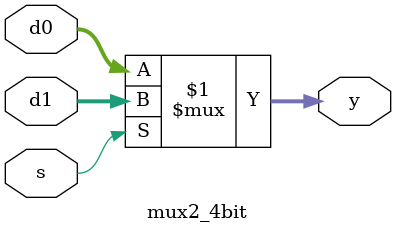
<source format=v>
`timescale 1ns / 1ps
module mux2_4bit #(parameter WIDTH = 4)
             (input  [WIDTH-1:0] d0, d1, 
              input              s, 
              output [WIDTH-1:0] y);

   assign y = s ? d1 : d0; 
endmodule


</source>
